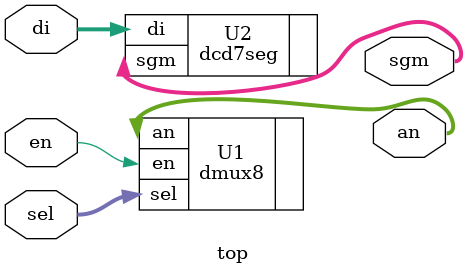
<source format=v>
`timescale 1ns / 1ps


module top(
    input [2:0]sel,
    input en,
    input [3:0]di,
    output [7:0]an,
    output [7:0]sgm
    );
    
    dmux8 U1(
   .sel(sel),
   .en(en),
   .an(an)
);

dcd7seg U2(
   .di(di),
   .sgm(sgm)
);
       

endmodule

</source>
